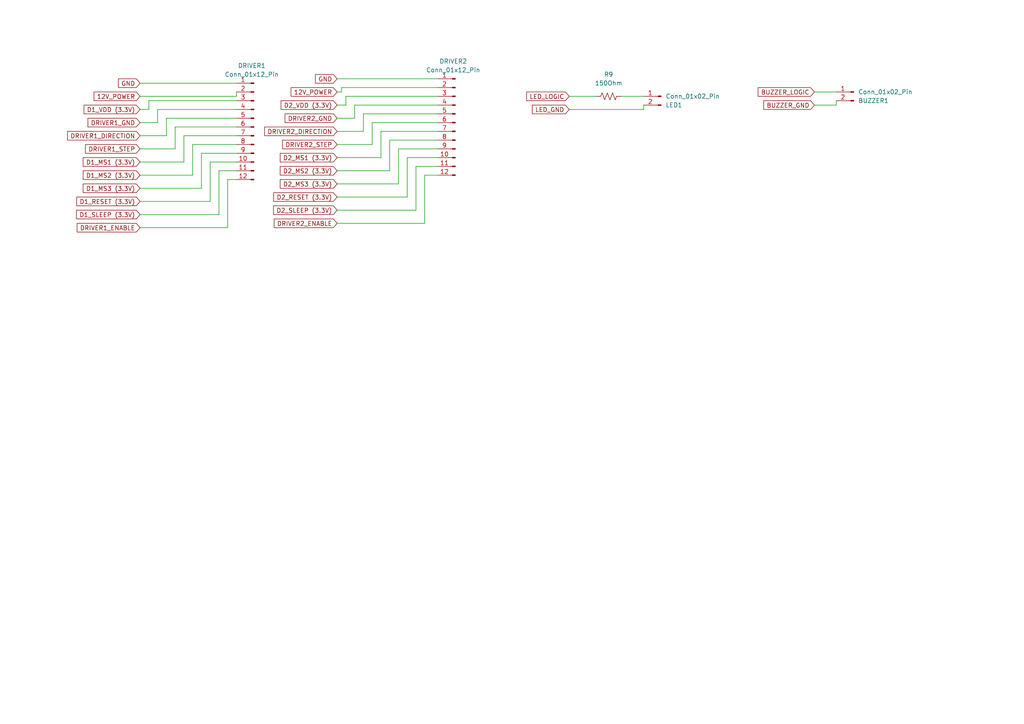
<source format=kicad_sch>
(kicad_sch (version 20230121) (generator eeschema)

  (uuid 99cf7c64-9a7c-4953-9674-307884f78f54)

  (paper "A4")

  (lib_symbols
    (symbol "Connector:Conn_01x02_Pin" (pin_names (offset 1.016) hide) (in_bom yes) (on_board yes)
      (property "Reference" "J" (at 0 2.54 0)
        (effects (font (size 1.27 1.27)))
      )
      (property "Value" "Conn_01x02_Pin" (at 0 -5.08 0)
        (effects (font (size 1.27 1.27)))
      )
      (property "Footprint" "" (at 0 0 0)
        (effects (font (size 1.27 1.27)) hide)
      )
      (property "Datasheet" "~" (at 0 0 0)
        (effects (font (size 1.27 1.27)) hide)
      )
      (property "ki_locked" "" (at 0 0 0)
        (effects (font (size 1.27 1.27)))
      )
      (property "ki_keywords" "connector" (at 0 0 0)
        (effects (font (size 1.27 1.27)) hide)
      )
      (property "ki_description" "Generic connector, single row, 01x02, script generated" (at 0 0 0)
        (effects (font (size 1.27 1.27)) hide)
      )
      (property "ki_fp_filters" "Connector*:*_1x??_*" (at 0 0 0)
        (effects (font (size 1.27 1.27)) hide)
      )
      (symbol "Conn_01x02_Pin_1_1"
        (polyline
          (pts
            (xy 1.27 -2.54)
            (xy 0.8636 -2.54)
          )
          (stroke (width 0.1524) (type default))
          (fill (type none))
        )
        (polyline
          (pts
            (xy 1.27 0)
            (xy 0.8636 0)
          )
          (stroke (width 0.1524) (type default))
          (fill (type none))
        )
        (rectangle (start 0.8636 -2.413) (end 0 -2.667)
          (stroke (width 0.1524) (type default))
          (fill (type outline))
        )
        (rectangle (start 0.8636 0.127) (end 0 -0.127)
          (stroke (width 0.1524) (type default))
          (fill (type outline))
        )
        (pin passive line (at 5.08 0 180) (length 3.81)
          (name "Pin_1" (effects (font (size 1.27 1.27))))
          (number "1" (effects (font (size 1.27 1.27))))
        )
        (pin passive line (at 5.08 -2.54 180) (length 3.81)
          (name "Pin_2" (effects (font (size 1.27 1.27))))
          (number "2" (effects (font (size 1.27 1.27))))
        )
      )
    )
    (symbol "Connector:Conn_01x12_Pin" (pin_names (offset 1.016) hide) (in_bom yes) (on_board yes)
      (property "Reference" "J" (at 0 15.24 0)
        (effects (font (size 1.27 1.27)))
      )
      (property "Value" "Conn_01x12_Pin" (at 0 -17.78 0)
        (effects (font (size 1.27 1.27)))
      )
      (property "Footprint" "" (at 0 0 0)
        (effects (font (size 1.27 1.27)) hide)
      )
      (property "Datasheet" "~" (at 0 0 0)
        (effects (font (size 1.27 1.27)) hide)
      )
      (property "ki_locked" "" (at 0 0 0)
        (effects (font (size 1.27 1.27)))
      )
      (property "ki_keywords" "connector" (at 0 0 0)
        (effects (font (size 1.27 1.27)) hide)
      )
      (property "ki_description" "Generic connector, single row, 01x12, script generated" (at 0 0 0)
        (effects (font (size 1.27 1.27)) hide)
      )
      (property "ki_fp_filters" "Connector*:*_1x??_*" (at 0 0 0)
        (effects (font (size 1.27 1.27)) hide)
      )
      (symbol "Conn_01x12_Pin_1_1"
        (polyline
          (pts
            (xy 1.27 -15.24)
            (xy 0.8636 -15.24)
          )
          (stroke (width 0.1524) (type default))
          (fill (type none))
        )
        (polyline
          (pts
            (xy 1.27 -12.7)
            (xy 0.8636 -12.7)
          )
          (stroke (width 0.1524) (type default))
          (fill (type none))
        )
        (polyline
          (pts
            (xy 1.27 -10.16)
            (xy 0.8636 -10.16)
          )
          (stroke (width 0.1524) (type default))
          (fill (type none))
        )
        (polyline
          (pts
            (xy 1.27 -7.62)
            (xy 0.8636 -7.62)
          )
          (stroke (width 0.1524) (type default))
          (fill (type none))
        )
        (polyline
          (pts
            (xy 1.27 -5.08)
            (xy 0.8636 -5.08)
          )
          (stroke (width 0.1524) (type default))
          (fill (type none))
        )
        (polyline
          (pts
            (xy 1.27 -2.54)
            (xy 0.8636 -2.54)
          )
          (stroke (width 0.1524) (type default))
          (fill (type none))
        )
        (polyline
          (pts
            (xy 1.27 0)
            (xy 0.8636 0)
          )
          (stroke (width 0.1524) (type default))
          (fill (type none))
        )
        (polyline
          (pts
            (xy 1.27 2.54)
            (xy 0.8636 2.54)
          )
          (stroke (width 0.1524) (type default))
          (fill (type none))
        )
        (polyline
          (pts
            (xy 1.27 5.08)
            (xy 0.8636 5.08)
          )
          (stroke (width 0.1524) (type default))
          (fill (type none))
        )
        (polyline
          (pts
            (xy 1.27 7.62)
            (xy 0.8636 7.62)
          )
          (stroke (width 0.1524) (type default))
          (fill (type none))
        )
        (polyline
          (pts
            (xy 1.27 10.16)
            (xy 0.8636 10.16)
          )
          (stroke (width 0.1524) (type default))
          (fill (type none))
        )
        (polyline
          (pts
            (xy 1.27 12.7)
            (xy 0.8636 12.7)
          )
          (stroke (width 0.1524) (type default))
          (fill (type none))
        )
        (rectangle (start 0.8636 -15.113) (end 0 -15.367)
          (stroke (width 0.1524) (type default))
          (fill (type outline))
        )
        (rectangle (start 0.8636 -12.573) (end 0 -12.827)
          (stroke (width 0.1524) (type default))
          (fill (type outline))
        )
        (rectangle (start 0.8636 -10.033) (end 0 -10.287)
          (stroke (width 0.1524) (type default))
          (fill (type outline))
        )
        (rectangle (start 0.8636 -7.493) (end 0 -7.747)
          (stroke (width 0.1524) (type default))
          (fill (type outline))
        )
        (rectangle (start 0.8636 -4.953) (end 0 -5.207)
          (stroke (width 0.1524) (type default))
          (fill (type outline))
        )
        (rectangle (start 0.8636 -2.413) (end 0 -2.667)
          (stroke (width 0.1524) (type default))
          (fill (type outline))
        )
        (rectangle (start 0.8636 0.127) (end 0 -0.127)
          (stroke (width 0.1524) (type default))
          (fill (type outline))
        )
        (rectangle (start 0.8636 2.667) (end 0 2.413)
          (stroke (width 0.1524) (type default))
          (fill (type outline))
        )
        (rectangle (start 0.8636 5.207) (end 0 4.953)
          (stroke (width 0.1524) (type default))
          (fill (type outline))
        )
        (rectangle (start 0.8636 7.747) (end 0 7.493)
          (stroke (width 0.1524) (type default))
          (fill (type outline))
        )
        (rectangle (start 0.8636 10.287) (end 0 10.033)
          (stroke (width 0.1524) (type default))
          (fill (type outline))
        )
        (rectangle (start 0.8636 12.827) (end 0 12.573)
          (stroke (width 0.1524) (type default))
          (fill (type outline))
        )
        (pin passive line (at 5.08 12.7 180) (length 3.81)
          (name "Pin_1" (effects (font (size 1.27 1.27))))
          (number "1" (effects (font (size 1.27 1.27))))
        )
        (pin passive line (at 5.08 -10.16 180) (length 3.81)
          (name "Pin_10" (effects (font (size 1.27 1.27))))
          (number "10" (effects (font (size 1.27 1.27))))
        )
        (pin passive line (at 5.08 -12.7 180) (length 3.81)
          (name "Pin_11" (effects (font (size 1.27 1.27))))
          (number "11" (effects (font (size 1.27 1.27))))
        )
        (pin passive line (at 5.08 -15.24 180) (length 3.81)
          (name "Pin_12" (effects (font (size 1.27 1.27))))
          (number "12" (effects (font (size 1.27 1.27))))
        )
        (pin passive line (at 5.08 10.16 180) (length 3.81)
          (name "Pin_2" (effects (font (size 1.27 1.27))))
          (number "2" (effects (font (size 1.27 1.27))))
        )
        (pin passive line (at 5.08 7.62 180) (length 3.81)
          (name "Pin_3" (effects (font (size 1.27 1.27))))
          (number "3" (effects (font (size 1.27 1.27))))
        )
        (pin passive line (at 5.08 5.08 180) (length 3.81)
          (name "Pin_4" (effects (font (size 1.27 1.27))))
          (number "4" (effects (font (size 1.27 1.27))))
        )
        (pin passive line (at 5.08 2.54 180) (length 3.81)
          (name "Pin_5" (effects (font (size 1.27 1.27))))
          (number "5" (effects (font (size 1.27 1.27))))
        )
        (pin passive line (at 5.08 0 180) (length 3.81)
          (name "Pin_6" (effects (font (size 1.27 1.27))))
          (number "6" (effects (font (size 1.27 1.27))))
        )
        (pin passive line (at 5.08 -2.54 180) (length 3.81)
          (name "Pin_7" (effects (font (size 1.27 1.27))))
          (number "7" (effects (font (size 1.27 1.27))))
        )
        (pin passive line (at 5.08 -5.08 180) (length 3.81)
          (name "Pin_8" (effects (font (size 1.27 1.27))))
          (number "8" (effects (font (size 1.27 1.27))))
        )
        (pin passive line (at 5.08 -7.62 180) (length 3.81)
          (name "Pin_9" (effects (font (size 1.27 1.27))))
          (number "9" (effects (font (size 1.27 1.27))))
        )
      )
    )
    (symbol "Device:R_US" (pin_numbers hide) (pin_names (offset 0)) (in_bom yes) (on_board yes)
      (property "Reference" "R" (at 2.54 0 90)
        (effects (font (size 1.27 1.27)))
      )
      (property "Value" "R_US" (at -2.54 0 90)
        (effects (font (size 1.27 1.27)))
      )
      (property "Footprint" "" (at 1.016 -0.254 90)
        (effects (font (size 1.27 1.27)) hide)
      )
      (property "Datasheet" "~" (at 0 0 0)
        (effects (font (size 1.27 1.27)) hide)
      )
      (property "ki_keywords" "R res resistor" (at 0 0 0)
        (effects (font (size 1.27 1.27)) hide)
      )
      (property "ki_description" "Resistor, US symbol" (at 0 0 0)
        (effects (font (size 1.27 1.27)) hide)
      )
      (property "ki_fp_filters" "R_*" (at 0 0 0)
        (effects (font (size 1.27 1.27)) hide)
      )
      (symbol "R_US_0_1"
        (polyline
          (pts
            (xy 0 -2.286)
            (xy 0 -2.54)
          )
          (stroke (width 0) (type default))
          (fill (type none))
        )
        (polyline
          (pts
            (xy 0 2.286)
            (xy 0 2.54)
          )
          (stroke (width 0) (type default))
          (fill (type none))
        )
        (polyline
          (pts
            (xy 0 -0.762)
            (xy 1.016 -1.143)
            (xy 0 -1.524)
            (xy -1.016 -1.905)
            (xy 0 -2.286)
          )
          (stroke (width 0) (type default))
          (fill (type none))
        )
        (polyline
          (pts
            (xy 0 0.762)
            (xy 1.016 0.381)
            (xy 0 0)
            (xy -1.016 -0.381)
            (xy 0 -0.762)
          )
          (stroke (width 0) (type default))
          (fill (type none))
        )
        (polyline
          (pts
            (xy 0 2.286)
            (xy 1.016 1.905)
            (xy 0 1.524)
            (xy -1.016 1.143)
            (xy 0 0.762)
          )
          (stroke (width 0) (type default))
          (fill (type none))
        )
      )
      (symbol "R_US_1_1"
        (pin passive line (at 0 3.81 270) (length 1.27)
          (name "~" (effects (font (size 1.27 1.27))))
          (number "1" (effects (font (size 1.27 1.27))))
        )
        (pin passive line (at 0 -3.81 90) (length 1.27)
          (name "~" (effects (font (size 1.27 1.27))))
          (number "2" (effects (font (size 1.27 1.27))))
        )
      )
    )
  )


  (wire (pts (xy 97.79 57.15) (xy 118.11 57.15))
    (stroke (width 0) (type default))
    (uuid 027be36a-1d9d-4c15-b9fb-fdd2461414ff)
  )
  (wire (pts (xy 45.72 31.75) (xy 68.58 31.75))
    (stroke (width 0) (type default))
    (uuid 040541d9-1f85-4326-b1a3-b2d32cd7a846)
  )
  (wire (pts (xy 48.26 34.29) (xy 68.58 34.29))
    (stroke (width 0) (type default))
    (uuid 08e4c7f7-bc83-40d7-a713-72ca8616a861)
  )
  (wire (pts (xy 66.04 66.04) (xy 66.04 52.07))
    (stroke (width 0) (type default))
    (uuid 10586cf1-e7a2-4161-885f-edb7ec9eab03)
  )
  (wire (pts (xy 63.5 49.53) (xy 68.58 49.53))
    (stroke (width 0) (type default))
    (uuid 11602fbb-29e4-48f9-a6e0-ae3bf50619ea)
  )
  (wire (pts (xy 55.88 50.8) (xy 55.88 41.91))
    (stroke (width 0) (type default))
    (uuid 12d52dd3-0687-4426-adce-daa5f412b6fd)
  )
  (wire (pts (xy 58.42 54.61) (xy 58.42 44.45))
    (stroke (width 0) (type default))
    (uuid 1323f339-c589-4040-a67b-901e0ee884d1)
  )
  (wire (pts (xy 40.64 31.75) (xy 43.18 31.75))
    (stroke (width 0) (type default))
    (uuid 134d3adf-c29d-4910-b148-fe3329d63af8)
  )
  (wire (pts (xy 40.64 58.42) (xy 60.96 58.42))
    (stroke (width 0) (type default))
    (uuid 13da8d4b-eb15-4854-ac69-29131b449493)
  )
  (wire (pts (xy 40.64 54.61) (xy 58.42 54.61))
    (stroke (width 0) (type default))
    (uuid 1429a6f5-268b-4a18-9ac5-08dc2b8d2155)
  )
  (wire (pts (xy 105.41 38.1) (xy 105.41 33.02))
    (stroke (width 0) (type default))
    (uuid 1490b718-e448-4500-a209-48fdc43f9d9d)
  )
  (wire (pts (xy 97.79 38.1) (xy 105.41 38.1))
    (stroke (width 0) (type default))
    (uuid 194fc155-ea65-40fb-8d18-e396315a2b11)
  )
  (wire (pts (xy 97.79 22.86) (xy 127 22.86))
    (stroke (width 0) (type default))
    (uuid 1ab1719e-d30c-4846-8779-4811674bb11c)
  )
  (wire (pts (xy 60.96 58.42) (xy 60.96 46.99))
    (stroke (width 0) (type default))
    (uuid 22c969c6-2e45-45da-82ad-6b80271af39f)
  )
  (wire (pts (xy 68.58 27.94) (xy 68.58 26.67))
    (stroke (width 0) (type default))
    (uuid 2df20a54-5fef-4408-8145-7f568e93607e)
  )
  (wire (pts (xy 97.79 64.77) (xy 123.19 64.77))
    (stroke (width 0) (type default))
    (uuid 2e363b18-2cba-45b4-a789-890057c4624d)
  )
  (wire (pts (xy 97.79 34.29) (xy 102.87 34.29))
    (stroke (width 0) (type default))
    (uuid 2f776202-303e-4fb5-8f2e-015dfc1b0f56)
  )
  (wire (pts (xy 123.19 64.77) (xy 123.19 50.8))
    (stroke (width 0) (type default))
    (uuid 36cf86b0-1437-4c9a-a7f5-53df54e73a1b)
  )
  (wire (pts (xy 107.95 35.56) (xy 127 35.56))
    (stroke (width 0) (type default))
    (uuid 38ac1b37-ca87-474f-a58b-c3990f2c9c89)
  )
  (wire (pts (xy 48.26 39.37) (xy 48.26 34.29))
    (stroke (width 0) (type default))
    (uuid 394dc7c2-5682-4ea9-b680-4fe12383be10)
  )
  (wire (pts (xy 236.22 30.48) (xy 242.57 30.48))
    (stroke (width 0) (type default))
    (uuid 3c6470cf-9c2d-48f7-84b3-61ccc0711d3d)
  )
  (wire (pts (xy 102.87 30.48) (xy 127 30.48))
    (stroke (width 0) (type default))
    (uuid 3d0e8095-d71e-4513-90e1-88adeae3be36)
  )
  (wire (pts (xy 40.64 43.18) (xy 50.8 43.18))
    (stroke (width 0) (type default))
    (uuid 3f14c7d7-29b6-43e8-aa25-b9cd7ba8e600)
  )
  (wire (pts (xy 97.79 26.67) (xy 99.06 26.67))
    (stroke (width 0) (type default))
    (uuid 473b7b08-4b17-416d-ac93-09618db27402)
  )
  (wire (pts (xy 236.22 26.67) (xy 242.57 26.67))
    (stroke (width 0) (type default))
    (uuid 52905953-3de7-4110-b6c4-7c377db153e6)
  )
  (wire (pts (xy 97.79 49.53) (xy 113.03 49.53))
    (stroke (width 0) (type default))
    (uuid 59936e94-43d1-4b5c-ab17-251aa892a331)
  )
  (wire (pts (xy 115.57 43.18) (xy 127 43.18))
    (stroke (width 0) (type default))
    (uuid 5c100147-3133-44f1-a264-0afcb621b989)
  )
  (wire (pts (xy 50.8 36.83) (xy 68.58 36.83))
    (stroke (width 0) (type default))
    (uuid 5c2bf2eb-0c4c-40ee-be1c-c1066e8971a8)
  )
  (wire (pts (xy 110.49 38.1) (xy 127 38.1))
    (stroke (width 0) (type default))
    (uuid 5eeac6a6-0964-41c5-b9d2-bab9a16871e7)
  )
  (wire (pts (xy 40.64 39.37) (xy 48.26 39.37))
    (stroke (width 0) (type default))
    (uuid 60bfdfba-561f-4436-a1e1-0c219cfb7ebb)
  )
  (wire (pts (xy 58.42 44.45) (xy 68.58 44.45))
    (stroke (width 0) (type default))
    (uuid 61bd347b-47d6-409a-8f35-6c0f59da80d5)
  )
  (wire (pts (xy 186.69 31.75) (xy 186.69 30.48))
    (stroke (width 0) (type default))
    (uuid 64cb3b00-4f5f-448b-841a-4f43d5e19f67)
  )
  (wire (pts (xy 63.5 62.23) (xy 63.5 49.53))
    (stroke (width 0) (type default))
    (uuid 6d2f6893-cfc5-4562-937a-2384d909f284)
  )
  (wire (pts (xy 120.65 48.26) (xy 127 48.26))
    (stroke (width 0) (type default))
    (uuid 6f9902ed-73e5-432a-85fa-0bf31887622e)
  )
  (wire (pts (xy 40.64 24.13) (xy 68.58 24.13))
    (stroke (width 0) (type default))
    (uuid 71b6d547-4505-485a-9249-d8fb21cf3778)
  )
  (wire (pts (xy 43.18 29.21) (xy 68.58 29.21))
    (stroke (width 0) (type default))
    (uuid 7324c790-fc2d-4e3e-810a-0b3db120029e)
  )
  (wire (pts (xy 105.41 33.02) (xy 127 33.02))
    (stroke (width 0) (type default))
    (uuid 85d7752a-dfa2-4cb2-9cae-c7bc7e2b3e8f)
  )
  (wire (pts (xy 99.06 26.67) (xy 99.06 25.4))
    (stroke (width 0) (type default))
    (uuid 9c1725eb-8578-4a2f-a67d-2352412b7ff8)
  )
  (wire (pts (xy 113.03 40.64) (xy 127 40.64))
    (stroke (width 0) (type default))
    (uuid a0852fdd-fd7e-4d9c-aefd-0ad0deda1ce7)
  )
  (wire (pts (xy 40.64 35.56) (xy 45.72 35.56))
    (stroke (width 0) (type default))
    (uuid a38b688d-ef1f-4b3d-9dbd-7a909727da58)
  )
  (wire (pts (xy 102.87 34.29) (xy 102.87 30.48))
    (stroke (width 0) (type default))
    (uuid a791e4de-a7f6-4c83-aba0-133c4b5c86bc)
  )
  (wire (pts (xy 40.64 50.8) (xy 55.88 50.8))
    (stroke (width 0) (type default))
    (uuid ade64da3-5d75-4ba1-a770-08443a8cf36f)
  )
  (wire (pts (xy 55.88 41.91) (xy 68.58 41.91))
    (stroke (width 0) (type default))
    (uuid b17cbf85-ef24-4183-bb9d-30f0e094295f)
  )
  (wire (pts (xy 50.8 43.18) (xy 50.8 36.83))
    (stroke (width 0) (type default))
    (uuid b341aba0-afc7-447b-a915-445ab08af8a8)
  )
  (wire (pts (xy 53.34 39.37) (xy 68.58 39.37))
    (stroke (width 0) (type default))
    (uuid b626c22f-7082-46fe-94b2-e844118f63b5)
  )
  (wire (pts (xy 97.79 41.91) (xy 107.95 41.91))
    (stroke (width 0) (type default))
    (uuid b6766783-3e03-4683-9e6f-547d8e290fdf)
  )
  (wire (pts (xy 66.04 52.07) (xy 68.58 52.07))
    (stroke (width 0) (type default))
    (uuid b6e06e03-cc2b-4d8e-a221-1ab1f279b374)
  )
  (wire (pts (xy 97.79 30.48) (xy 100.33 30.48))
    (stroke (width 0) (type default))
    (uuid b7db731e-e2cf-4436-aca7-553dc8e9e4db)
  )
  (wire (pts (xy 45.72 35.56) (xy 45.72 31.75))
    (stroke (width 0) (type default))
    (uuid b87b0a0d-dcc0-44cb-9962-9718c978ef49)
  )
  (wire (pts (xy 118.11 45.72) (xy 127 45.72))
    (stroke (width 0) (type default))
    (uuid be3a2213-4f05-4cba-a6f2-ed54c0ea7069)
  )
  (wire (pts (xy 53.34 46.99) (xy 53.34 39.37))
    (stroke (width 0) (type default))
    (uuid c170f5fc-beac-4874-a2d5-714687a15343)
  )
  (wire (pts (xy 97.79 53.34) (xy 115.57 53.34))
    (stroke (width 0) (type default))
    (uuid c297d18f-400a-4219-8fcb-80833f03b9c8)
  )
  (wire (pts (xy 115.57 53.34) (xy 115.57 43.18))
    (stroke (width 0) (type default))
    (uuid c2e9349f-ce7b-488e-b28e-5300c49049dc)
  )
  (wire (pts (xy 100.33 27.94) (xy 127 27.94))
    (stroke (width 0) (type default))
    (uuid c346aa26-1f7c-47d5-b447-4105e65eb5f1)
  )
  (wire (pts (xy 110.49 45.72) (xy 110.49 38.1))
    (stroke (width 0) (type default))
    (uuid c96276d5-5e94-4b73-bd76-d4cd645ac2ac)
  )
  (wire (pts (xy 180.34 27.94) (xy 186.69 27.94))
    (stroke (width 0) (type default))
    (uuid ca7c4d47-18fe-44d9-a051-db335b6ef3ca)
  )
  (wire (pts (xy 43.18 31.75) (xy 43.18 29.21))
    (stroke (width 0) (type default))
    (uuid d1f42377-356a-40fb-afd8-d4b22ff75abf)
  )
  (wire (pts (xy 118.11 57.15) (xy 118.11 45.72))
    (stroke (width 0) (type default))
    (uuid d325be6c-4d51-4ce0-b5a6-297fea4c0eeb)
  )
  (wire (pts (xy 123.19 50.8) (xy 127 50.8))
    (stroke (width 0) (type default))
    (uuid d333f2f5-dd08-40cb-9230-bab2ae75c714)
  )
  (wire (pts (xy 40.64 62.23) (xy 63.5 62.23))
    (stroke (width 0) (type default))
    (uuid d68da9ca-f0b0-4d1a-bfc8-269235940e0a)
  )
  (wire (pts (xy 165.1 31.75) (xy 186.69 31.75))
    (stroke (width 0) (type default))
    (uuid d8d6ae5a-2b02-497a-b17d-67320d107634)
  )
  (wire (pts (xy 40.64 46.99) (xy 53.34 46.99))
    (stroke (width 0) (type default))
    (uuid d9f4cc0f-8e4b-42de-ac4c-ea4f8eb29302)
  )
  (wire (pts (xy 113.03 49.53) (xy 113.03 40.64))
    (stroke (width 0) (type default))
    (uuid dec84ebf-5211-491b-af0d-2a0778a02b34)
  )
  (wire (pts (xy 40.64 27.94) (xy 68.58 27.94))
    (stroke (width 0) (type default))
    (uuid df2b9ef9-f025-49be-adf8-e7568dd27558)
  )
  (wire (pts (xy 100.33 30.48) (xy 100.33 27.94))
    (stroke (width 0) (type default))
    (uuid e13540fb-d8c6-48db-bd86-753886de1cfc)
  )
  (wire (pts (xy 165.1 27.94) (xy 172.72 27.94))
    (stroke (width 0) (type default))
    (uuid e4d50094-d3fc-457f-a57b-f9c687b44969)
  )
  (wire (pts (xy 97.79 45.72) (xy 110.49 45.72))
    (stroke (width 0) (type default))
    (uuid e9962d15-b7be-4506-860a-0ac7229fff86)
  )
  (wire (pts (xy 120.65 60.96) (xy 120.65 48.26))
    (stroke (width 0) (type default))
    (uuid ebf93955-cf7e-45eb-8a43-e8a5d7c96a96)
  )
  (wire (pts (xy 60.96 46.99) (xy 68.58 46.99))
    (stroke (width 0) (type default))
    (uuid ef34139c-d5f9-4782-a9a7-158e510627a3)
  )
  (wire (pts (xy 242.57 30.48) (xy 242.57 29.21))
    (stroke (width 0) (type default))
    (uuid f57deb71-72ad-4e66-95b4-97f5c947e52d)
  )
  (wire (pts (xy 99.06 25.4) (xy 127 25.4))
    (stroke (width 0) (type default))
    (uuid f611883b-d984-4b21-85bc-90ed06e2c93c)
  )
  (wire (pts (xy 97.79 60.96) (xy 120.65 60.96))
    (stroke (width 0) (type default))
    (uuid f8975341-ecbd-4e8a-a8ad-de0db3bbd333)
  )
  (wire (pts (xy 107.95 41.91) (xy 107.95 35.56))
    (stroke (width 0) (type default))
    (uuid fac08954-5ec0-483c-a9b2-61b199a96794)
  )
  (wire (pts (xy 40.64 66.04) (xy 66.04 66.04))
    (stroke (width 0) (type default))
    (uuid ff9a1b96-fc05-454d-b92c-29cb13d03c70)
  )

  (global_label "D1_VDD (3.3V)" (shape input) (at 40.64 31.75 180) (fields_autoplaced)
    (effects (font (size 1.27 1.27)) (justify right))
    (uuid 1486716e-8a6b-44a7-8143-bd2cf0347c35)
    (property "Intersheetrefs" "${INTERSHEET_REFS}" (at 23.8057 31.75 0)
      (effects (font (size 1.27 1.27)) (justify right) hide)
    )
  )
  (global_label "12V_POWER" (shape input) (at 97.79 26.67 180) (fields_autoplaced)
    (effects (font (size 1.27 1.27)) (justify right))
    (uuid 1d6bbe40-4821-4489-974b-0aef5303d9b3)
    (property "Intersheetrefs" "${INTERSHEET_REFS}" (at 83.8587 26.67 0)
      (effects (font (size 1.27 1.27)) (justify right) hide)
    )
  )
  (global_label "DRIVER2_ENABLE" (shape input) (at 97.79 64.77 180) (fields_autoplaced)
    (effects (font (size 1.27 1.27)) (justify right))
    (uuid 1dccf5f1-ce32-4899-b39a-598808ca22f8)
    (property "Intersheetrefs" "${INTERSHEET_REFS}" (at 78.9601 64.77 0)
      (effects (font (size 1.27 1.27)) (justify right) hide)
    )
  )
  (global_label "D2_MS3 (3.3V)" (shape input) (at 97.79 53.34 180) (fields_autoplaced)
    (effects (font (size 1.27 1.27)) (justify right))
    (uuid 1f3fffcd-9daf-4543-af73-131af04be1c5)
    (property "Intersheetrefs" "${INTERSHEET_REFS}" (at 80.7139 53.34 0)
      (effects (font (size 1.27 1.27)) (justify right) hide)
    )
  )
  (global_label "D1_MS3 (3.3V)" (shape input) (at 40.64 54.61 180) (fields_autoplaced)
    (effects (font (size 1.27 1.27)) (justify right))
    (uuid 2187f9a9-0494-4e0f-b20a-5b27cf9a6a9a)
    (property "Intersheetrefs" "${INTERSHEET_REFS}" (at 23.5639 54.61 0)
      (effects (font (size 1.27 1.27)) (justify right) hide)
    )
  )
  (global_label "GND" (shape input) (at 97.79 22.86 180) (fields_autoplaced)
    (effects (font (size 1.27 1.27)) (justify right))
    (uuid 367a8b2d-d709-48c6-bc73-b8375e6be323)
    (property "Intersheetrefs" "${INTERSHEET_REFS}" (at 90.9343 22.86 0)
      (effects (font (size 1.27 1.27)) (justify right) hide)
    )
  )
  (global_label "DRIVER1_ENABLE" (shape input) (at 40.64 66.04 180) (fields_autoplaced)
    (effects (font (size 1.27 1.27)) (justify right))
    (uuid 3e87aa0c-25be-4605-9ee1-339c8f8168be)
    (property "Intersheetrefs" "${INTERSHEET_REFS}" (at 21.8101 66.04 0)
      (effects (font (size 1.27 1.27)) (justify right) hide)
    )
  )
  (global_label "DRIVER2_DIRECTION" (shape input) (at 97.79 38.1 180) (fields_autoplaced)
    (effects (font (size 1.27 1.27)) (justify right))
    (uuid 41450a60-7d3a-418f-b1e1-9d51ae42fb94)
    (property "Intersheetrefs" "${INTERSHEET_REFS}" (at 76.1781 38.1 0)
      (effects (font (size 1.27 1.27)) (justify right) hide)
    )
  )
  (global_label "LED_GND" (shape input) (at 165.1 31.75 180) (fields_autoplaced)
    (effects (font (size 1.27 1.27)) (justify right))
    (uuid 414f1023-15f9-42e8-b0c6-92035f257b53)
    (property "Intersheetrefs" "${INTERSHEET_REFS}" (at 153.8296 31.75 0)
      (effects (font (size 1.27 1.27)) (justify right) hide)
    )
  )
  (global_label "D1_MS2 (3.3V)" (shape input) (at 40.64 50.8 180) (fields_autoplaced)
    (effects (font (size 1.27 1.27)) (justify right))
    (uuid 5a3a761b-a3bd-4460-8720-81b315261816)
    (property "Intersheetrefs" "${INTERSHEET_REFS}" (at 23.5639 50.8 0)
      (effects (font (size 1.27 1.27)) (justify right) hide)
    )
  )
  (global_label "D1_RESET (3.3V)" (shape input) (at 40.64 58.42 180) (fields_autoplaced)
    (effects (font (size 1.27 1.27)) (justify right))
    (uuid 62126791-50ef-40ba-a969-d311df67d941)
    (property "Intersheetrefs" "${INTERSHEET_REFS}" (at 21.6892 58.42 0)
      (effects (font (size 1.27 1.27)) (justify right) hide)
    )
  )
  (global_label "D2_MS1 (3.3V)" (shape input) (at 97.79 45.72 180) (fields_autoplaced)
    (effects (font (size 1.27 1.27)) (justify right))
    (uuid 67baa975-dfc3-404b-8108-2bb871bdb2e7)
    (property "Intersheetrefs" "${INTERSHEET_REFS}" (at 80.7139 45.72 0)
      (effects (font (size 1.27 1.27)) (justify right) hide)
    )
  )
  (global_label "D2_SLEEP (3.3V)" (shape input) (at 97.79 60.96 180) (fields_autoplaced)
    (effects (font (size 1.27 1.27)) (justify right))
    (uuid 69d54afa-5dfa-45b1-8530-9c0f7399cf67)
    (property "Intersheetrefs" "${INTERSHEET_REFS}" (at 78.7787 60.96 0)
      (effects (font (size 1.27 1.27)) (justify right) hide)
    )
  )
  (global_label "DRIVER1_DIRECTION" (shape input) (at 40.64 39.37 180) (fields_autoplaced)
    (effects (font (size 1.27 1.27)) (justify right))
    (uuid 74c292cf-3484-42ab-8a43-27e47c6c09d1)
    (property "Intersheetrefs" "${INTERSHEET_REFS}" (at 19.0281 39.37 0)
      (effects (font (size 1.27 1.27)) (justify right) hide)
    )
  )
  (global_label "D2_MS2 (3.3V)" (shape input) (at 97.79 49.53 180) (fields_autoplaced)
    (effects (font (size 1.27 1.27)) (justify right))
    (uuid 74cbf28b-34bf-43c3-9e18-fc406988b86e)
    (property "Intersheetrefs" "${INTERSHEET_REFS}" (at 80.7139 49.53 0)
      (effects (font (size 1.27 1.27)) (justify right) hide)
    )
  )
  (global_label "DRIVER2_GND" (shape input) (at 97.79 34.29 180) (fields_autoplaced)
    (effects (font (size 1.27 1.27)) (justify right))
    (uuid 79cb2dae-58b3-492c-8e2d-0d7c09a1c637)
    (property "Intersheetrefs" "${INTERSHEET_REFS}" (at 82.1048 34.29 0)
      (effects (font (size 1.27 1.27)) (justify right) hide)
    )
  )
  (global_label "LED_LOGIC" (shape input) (at 165.1 27.94 180) (fields_autoplaced)
    (effects (font (size 1.27 1.27)) (justify right))
    (uuid 7d60fe1a-86f7-4d4c-b002-b54662968d5e)
    (property "Intersheetrefs" "${INTERSHEET_REFS}" (at 152.1967 27.94 0)
      (effects (font (size 1.27 1.27)) (justify right) hide)
    )
  )
  (global_label "BUZZER_LOGIC" (shape input) (at 236.22 26.67 180) (fields_autoplaced)
    (effects (font (size 1.27 1.27)) (justify right))
    (uuid 7de1d8db-1edb-40b3-a908-1fc004e0556f)
    (property "Intersheetrefs" "${INTERSHEET_REFS}" (at 219.3253 26.67 0)
      (effects (font (size 1.27 1.27)) (justify right) hide)
    )
  )
  (global_label "12V_POWER" (shape input) (at 40.64 27.94 180) (fields_autoplaced)
    (effects (font (size 1.27 1.27)) (justify right))
    (uuid 7fb281df-cc5b-4a0c-a8a2-d4a909b03cf3)
    (property "Intersheetrefs" "${INTERSHEET_REFS}" (at 26.7087 27.94 0)
      (effects (font (size 1.27 1.27)) (justify right) hide)
    )
  )
  (global_label "D2_VDD (3.3V)" (shape input) (at 97.79 30.48 180) (fields_autoplaced)
    (effects (font (size 1.27 1.27)) (justify right))
    (uuid a5a56066-cc07-4729-8826-26b410e67759)
    (property "Intersheetrefs" "${INTERSHEET_REFS}" (at 80.9557 30.48 0)
      (effects (font (size 1.27 1.27)) (justify right) hide)
    )
  )
  (global_label "D2_RESET (3.3V)" (shape input) (at 97.79 57.15 180) (fields_autoplaced)
    (effects (font (size 1.27 1.27)) (justify right))
    (uuid be1f4bcd-3913-4181-9ca2-ee44dbfbd2cb)
    (property "Intersheetrefs" "${INTERSHEET_REFS}" (at 78.8392 57.15 0)
      (effects (font (size 1.27 1.27)) (justify right) hide)
    )
  )
  (global_label "DRIVER1_GND" (shape input) (at 40.64 35.56 180) (fields_autoplaced)
    (effects (font (size 1.27 1.27)) (justify right))
    (uuid c9190332-9523-4a6f-98f0-30f12013bc16)
    (property "Intersheetrefs" "${INTERSHEET_REFS}" (at 24.9548 35.56 0)
      (effects (font (size 1.27 1.27)) (justify right) hide)
    )
  )
  (global_label "DRIVER2_STEP" (shape input) (at 97.79 41.91 180) (fields_autoplaced)
    (effects (font (size 1.27 1.27)) (justify right))
    (uuid ca3f8e4d-1d15-4b28-b31c-01db3056b017)
    (property "Intersheetrefs" "${INTERSHEET_REFS}" (at 81.3792 41.91 0)
      (effects (font (size 1.27 1.27)) (justify right) hide)
    )
  )
  (global_label "BUZZER_GND" (shape input) (at 236.22 30.48 180) (fields_autoplaced)
    (effects (font (size 1.27 1.27)) (justify right))
    (uuid d6faa625-4da5-441a-b353-12a2bfe87f9e)
    (property "Intersheetrefs" "${INTERSHEET_REFS}" (at 220.9582 30.48 0)
      (effects (font (size 1.27 1.27)) (justify right) hide)
    )
  )
  (global_label "GND" (shape input) (at 40.64 24.13 180) (fields_autoplaced)
    (effects (font (size 1.27 1.27)) (justify right))
    (uuid ee1ae0fe-3631-4748-9669-8650b2245003)
    (property "Intersheetrefs" "${INTERSHEET_REFS}" (at 33.7843 24.13 0)
      (effects (font (size 1.27 1.27)) (justify right) hide)
    )
  )
  (global_label "DRIVER1_STEP" (shape input) (at 40.64 43.18 180) (fields_autoplaced)
    (effects (font (size 1.27 1.27)) (justify right))
    (uuid ef8ef733-788a-4c91-adeb-d2b59eb68b3c)
    (property "Intersheetrefs" "${INTERSHEET_REFS}" (at 24.2292 43.18 0)
      (effects (font (size 1.27 1.27)) (justify right) hide)
    )
  )
  (global_label "D1_SLEEP (3.3V)" (shape input) (at 40.64 62.23 180) (fields_autoplaced)
    (effects (font (size 1.27 1.27)) (justify right))
    (uuid f311f2af-3710-48bb-8f8f-91ae98e51d94)
    (property "Intersheetrefs" "${INTERSHEET_REFS}" (at 21.6287 62.23 0)
      (effects (font (size 1.27 1.27)) (justify right) hide)
    )
  )
  (global_label "D1_MS1 (3.3V)" (shape input) (at 40.64 46.99 180) (fields_autoplaced)
    (effects (font (size 1.27 1.27)) (justify right))
    (uuid f6c68b86-fa05-4a87-b18b-af98527fe054)
    (property "Intersheetrefs" "${INTERSHEET_REFS}" (at 23.5639 46.99 0)
      (effects (font (size 1.27 1.27)) (justify right) hide)
    )
  )

  (symbol (lib_id "Device:R_US") (at 176.53 27.94 90) (unit 1)
    (in_bom yes) (on_board yes) (dnp no) (fields_autoplaced)
    (uuid 14c3d4b5-0903-4050-a053-9879b251fca0)
    (property "Reference" "R9" (at 176.53 21.59 90)
      (effects (font (size 1.27 1.27)))
    )
    (property "Value" "150Ohm" (at 176.53 24.13 90)
      (effects (font (size 1.27 1.27)))
    )
    (property "Footprint" "Resistor_THT:R_Axial_DIN0204_L3.6mm_D1.6mm_P1.90mm_Vertical" (at 176.784 26.924 90)
      (effects (font (size 1.27 1.27)) hide)
    )
    (property "Datasheet" "~" (at 176.53 27.94 0)
      (effects (font (size 1.27 1.27)) hide)
    )
    (pin "2" (uuid 7dd4f69e-10c7-4ba0-8442-b41106b26969))
    (pin "1" (uuid 11199633-94ee-4978-beb3-f951257f59ae))
    (instances
      (project "DoodleBot"
        (path "/e4b3f460-295f-4fee-ba17-9157355c92e9/f7409d6e-b2e3-4f41-a018-0cc8b98c35fa"
          (reference "R9") (unit 1)
        )
      )
    )
  )

  (symbol (lib_id "Connector:Conn_01x02_Pin") (at 247.65 26.67 0) (mirror y) (unit 1)
    (in_bom yes) (on_board yes) (dnp no)
    (uuid 85aa9dd4-7473-4587-98c3-ee375737f507)
    (property "Reference" "BUZZER1" (at 248.92 29.21 0)
      (effects (font (size 1.27 1.27)) (justify right))
    )
    (property "Value" "Conn_01x02_Pin" (at 248.92 26.67 0)
      (effects (font (size 1.27 1.27)) (justify right))
    )
    (property "Footprint" "Connector_PinHeader_2.54mm:PinHeader_1x02_P2.54mm_Vertical" (at 247.65 26.67 0)
      (effects (font (size 1.27 1.27)) hide)
    )
    (property "Datasheet" "~" (at 247.65 26.67 0)
      (effects (font (size 1.27 1.27)) hide)
    )
    (pin "1" (uuid 5d89bf68-fe74-4411-ace9-737418dabecc))
    (pin "2" (uuid d217e560-4822-4de0-8ade-c8ff90dc4e6f))
    (instances
      (project "DoodleBot"
        (path "/e4b3f460-295f-4fee-ba17-9157355c92e9/f7409d6e-b2e3-4f41-a018-0cc8b98c35fa"
          (reference "BUZZER1") (unit 1)
        )
      )
    )
  )

  (symbol (lib_id "Connector:Conn_01x02_Pin") (at 191.77 27.94 0) (mirror y) (unit 1)
    (in_bom yes) (on_board yes) (dnp no)
    (uuid 8c05d511-5e93-4e49-b95c-fbcf88a1f12f)
    (property "Reference" "LED1" (at 193.04 30.48 0)
      (effects (font (size 1.27 1.27)) (justify right))
    )
    (property "Value" "Conn_01x02_Pin" (at 193.04 27.94 0)
      (effects (font (size 1.27 1.27)) (justify right))
    )
    (property "Footprint" "Connector_PinHeader_2.54mm:PinHeader_1x02_P2.54mm_Vertical" (at 191.77 27.94 0)
      (effects (font (size 1.27 1.27)) hide)
    )
    (property "Datasheet" "~" (at 191.77 27.94 0)
      (effects (font (size 1.27 1.27)) hide)
    )
    (pin "1" (uuid e01985dd-9749-4c07-967a-e0072d2d4d0b))
    (pin "2" (uuid caf7beab-6019-4403-8144-f9290962a6b7))
    (instances
      (project "DoodleBot"
        (path "/e4b3f460-295f-4fee-ba17-9157355c92e9/f7409d6e-b2e3-4f41-a018-0cc8b98c35fa"
          (reference "LED1") (unit 1)
        )
      )
    )
  )

  (symbol (lib_id "Connector:Conn_01x12_Pin") (at 73.66 36.83 0) (mirror y) (unit 1)
    (in_bom yes) (on_board yes) (dnp no)
    (uuid de6a93bb-2e38-4943-b945-0f34b3e1260c)
    (property "Reference" "DRIVER1" (at 73.025 19.05 0)
      (effects (font (size 1.27 1.27)))
    )
    (property "Value" "Conn_01x12_Pin" (at 73.025 21.59 0)
      (effects (font (size 1.27 1.27)))
    )
    (property "Footprint" "Connector_PinHeader_2.54mm:PinHeader_1x12_P2.54mm_Vertical" (at 73.66 36.83 0)
      (effects (font (size 1.27 1.27)) hide)
    )
    (property "Datasheet" "~" (at 73.66 36.83 0)
      (effects (font (size 1.27 1.27)) hide)
    )
    (pin "7" (uuid bffe64f2-6c68-4d3a-8648-be57b59b91f3))
    (pin "10" (uuid 14338215-2f61-4c3c-a7f6-1d4df6e1d2e4))
    (pin "1" (uuid 85a3467b-95e4-4c22-bbdb-4d9c49e5bf43))
    (pin "12" (uuid d48460ef-796f-4dcc-bbf3-1ce397939c42))
    (pin "9" (uuid b8eb2be8-5d31-49df-ad28-6fdc4e65a0a5))
    (pin "6" (uuid b9690b0f-23b7-4dff-ab9e-74e545b90804))
    (pin "2" (uuid f0d7458c-1d3f-4526-ac37-dd32790685aa))
    (pin "3" (uuid 5380c658-e751-4544-981c-3fbb1b739344))
    (pin "4" (uuid b5993173-3e96-40f1-9e8e-c38c994dcccb))
    (pin "5" (uuid 6f8f216e-4c07-4c43-b319-989d987a4a57))
    (pin "8" (uuid 397ff60e-c599-4cfe-9077-19d98cf64cec))
    (pin "11" (uuid 73cb072c-fb9a-4cc5-8523-8e436d7552d6))
    (instances
      (project "DoodleBot"
        (path "/e4b3f460-295f-4fee-ba17-9157355c92e9/f7409d6e-b2e3-4f41-a018-0cc8b98c35fa"
          (reference "DRIVER1") (unit 1)
        )
      )
    )
  )

  (symbol (lib_id "Connector:Conn_01x12_Pin") (at 132.08 35.56 0) (mirror y) (unit 1)
    (in_bom yes) (on_board yes) (dnp no)
    (uuid fe2f4be0-68e0-43a4-b30f-c27db96230b1)
    (property "Reference" "DRIVER2" (at 131.445 17.78 0)
      (effects (font (size 1.27 1.27)))
    )
    (property "Value" "Conn_01x12_Pin" (at 131.445 20.32 0)
      (effects (font (size 1.27 1.27)))
    )
    (property "Footprint" "Connector_PinHeader_2.54mm:PinHeader_1x12_P2.54mm_Vertical" (at 132.08 35.56 0)
      (effects (font (size 1.27 1.27)) hide)
    )
    (property "Datasheet" "~" (at 132.08 35.56 0)
      (effects (font (size 1.27 1.27)) hide)
    )
    (pin "7" (uuid ec3b66ad-3379-42d3-88df-86215daa67b6))
    (pin "10" (uuid db1c2498-52c2-4a53-b752-d7983c23bac9))
    (pin "1" (uuid 32b8ffd9-29b4-4fab-b4ba-23b1cce7bf71))
    (pin "12" (uuid 544bbd32-16a4-44e2-a709-a7d98e5c0824))
    (pin "9" (uuid f964e1fb-e8f3-4975-8bee-7546fdff4366))
    (pin "6" (uuid 36616cd5-1717-4cac-893d-d2db5466e5c4))
    (pin "2" (uuid 1fabfbb7-623d-4202-b0e9-a38106724ed0))
    (pin "3" (uuid 326f8dfb-0e31-411e-88a5-5295856b1ce2))
    (pin "4" (uuid 5b67c617-16ad-4b07-950b-17eb106c17a4))
    (pin "5" (uuid e6c14894-fbe5-4440-8f1e-da9e0ef987a8))
    (pin "8" (uuid 338f75ca-9fd8-4dc8-a32e-2b1b9cba1e36))
    (pin "11" (uuid cd74eae4-c20c-4dfe-b8db-354494a58b04))
    (instances
      (project "DoodleBot"
        (path "/e4b3f460-295f-4fee-ba17-9157355c92e9/f7409d6e-b2e3-4f41-a018-0cc8b98c35fa"
          (reference "DRIVER2") (unit 1)
        )
      )
    )
  )
)

</source>
